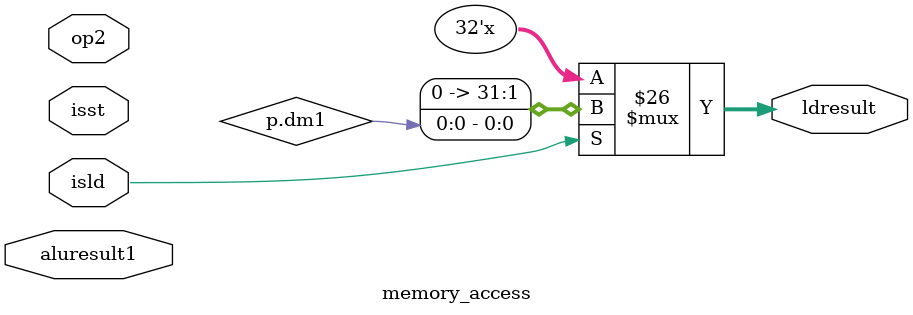
<source format=v>
module memory_access(op2,aluresult1,isld,isst,ldresult);     

input [31:0] op2,aluresult1;
input isld,isst;
output [31:0] ldresult; 
   
wire [31:0] op2,aluresult1;
wire isld,isst;
reg [31:0] ldresult;


           always @(*)
           begin
                                       // waiting for aluresult to come.
           if (isld == 1)
           begin
           p.am1    = aluresult1 ;
           ldresult = p.dm1;
           p.rw     = 0;
          end
          else if ( isst == 1)
          begin
         
           p.rw  = 1;
           p.am2 = aluresult1 ;
           p.dm3 = op2 ;
          end
          
          end
          endmodule 


</source>
